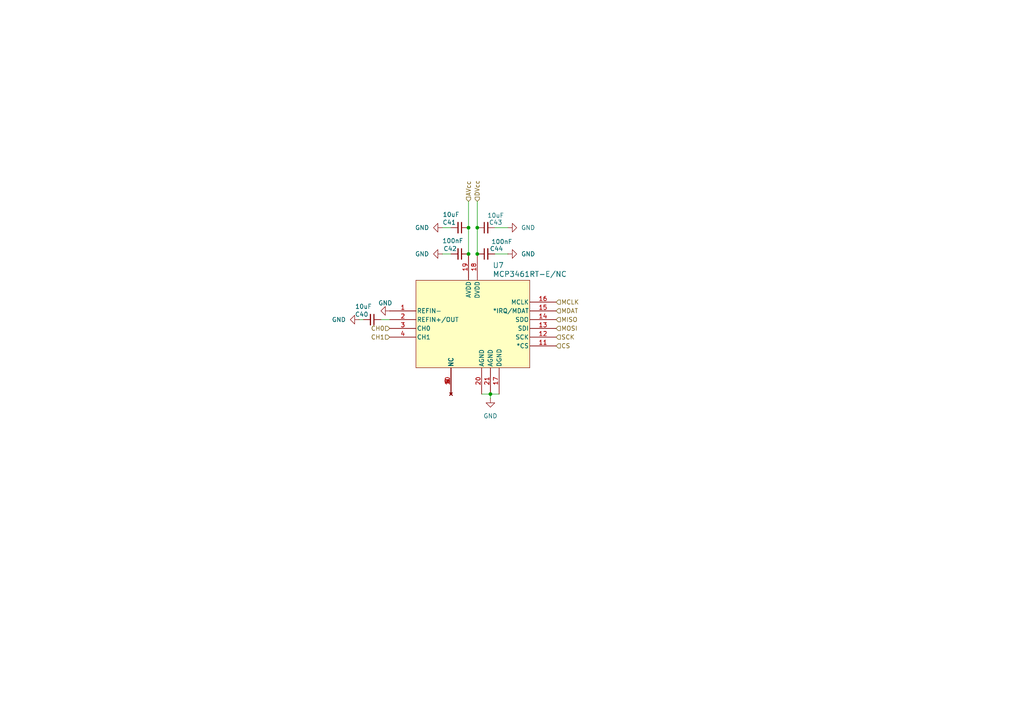
<source format=kicad_sch>
(kicad_sch (version 20231120) (generator "eeschema") (generator_version "8.0")
  (paper "A4")
  (lib_symbols
    (symbol "Device:C_Small" (pin_numbers hide) (pin_names (offset 0.254) hide)
      (property "Reference" "C" (at 0.254 1.778 0))
      (property "Value" "C_Small" (at 0.254 -2.032 0))
      (symbol "C_Small_0_1"
        (polyline (pts (xy -1.524 -0.508) (xy 1.524 -0.508)) (stroke (width 0.3302)))
        (polyline (pts (xy -1.524 0.508) (xy 1.524 0.508)) (stroke (width 0.3048)))
      )
      (symbol "C_Small_1_1"
        (pin passive line (at 0 2.54 270) (length 2.032) (name "~") (number "1"))
        (pin passive line (at 0 -2.54 90) (length 2.032) (name "~") (number "2"))
      )
    )
    (symbol "phase-detector:MCP3461RT-E_NC" (pin_names (offset 0.254))
      (property "Reference" "U" (at 0 1.27 0))
      (property "Value" "MCP3461RT-E/NC" (at 0.508 -2.032 0))
      (symbol "MCP3461RT-E_NC_0_1"
        (pin input line (at -24.13 3.81 0) (length 7.62) (name "REFIN-") (number "1"))
        (pin no_connect line (at -6.35 -20.32 90) (length 7.62) (name "NC") (number "10"))
        (pin input line (at 24.13 -6.35 180) (length 7.62) (name "*CS") (number "11"))
        (pin input line (at 24.13 -3.81 180) (length 7.62) (name "SCK") (number "12"))
        (pin input line (at 24.13 -1.27 180) (length 7.62) (name "SDI") (number "13"))
        (pin output line (at 24.13 1.27 180) (length 7.62) (name "SDO") (number "14"))
        (pin output line (at 24.13 3.81 180) (length 7.62) (name "*IRQ/MDAT") (number "15"))
        (pin bidirectional line (at 24.13 6.35 180) (length 7.62) (name "MCLK") (number "16"))
        (pin power_out line (at 7.62 -20.32 90) (length 7.62) (name "DGND") (number "17"))
        (pin power_in line (at 1.27 20.32 270) (length 7.62) (name "DVDD") (number "18"))
        (pin power_in line (at -1.27 20.32 270) (length 7.62) (name "AVDD") (number "19"))
        (pin bidirectional line (at -24.13 1.27 0) (length 7.62) (name "REFIN+/OUT") (number "2"))
        (pin power_out line (at 2.54 -20.32 90) (length 7.62) (name "AGND") (number "20"))
        (pin power_out line (at 5.08 -20.32 90) (length 7.62) (name "AGND") (number "21"))
        (pin input line (at -24.13 -1.27 0) (length 7.62) (name "CH0") (number "3"))
        (pin input line (at -24.13 -3.81 0) (length 7.62) (name "CH1") (number "4"))
        (pin no_connect line (at -6.35 -20.32 90) (length 7.62) (name "NC") (number "5"))
        (pin no_connect line (at -6.35 -20.32 90) (length 7.62) (name "NC") (number "6"))
        (pin no_connect line (at -6.35 -20.32 90) (length 7.62) (name "NC") (number "7"))
        (pin no_connect line (at -6.35 -20.32 90) (length 7.62) (name "NC") (number "8"))
        (pin no_connect line (at -6.35 -20.32 90) (length 7.62) (name "NC") (number "9"))
      )
      (symbol "MCP3461RT-E_NC_1_1"
        (rectangle (start -16.51 12.7) (end 16.51 -12.7) (fill (type background)))
      )
    )
    (symbol "power:GND" (power) (pin_numbers hide) (pin_names (offset 0) hide)
      (property "Value" "GND" (at 0 -3.81 0))
      (symbol "GND_0_1"
        (polyline (pts (xy 0 0) (xy 0 -1.27) (xy 1.27 -1.27) (xy 0 -2.54) (xy -1.27 -1.27) (xy 0 -1.27)))
      )
      (symbol "GND_1_1"
        (pin power_in line (at 0 0 270) (length 0) (name "~") (number "1"))
      )
    )
  )
  (junction (at 138.43 66.04))
  (junction (at 142.24 114.3))
  (junction (at 138.43 73.66))
  (junction (at 135.89 66.04))
  (junction (at 135.89 73.66))
  (wire (pts (xy 142.24 114.3) (xy 142.24 115.57)))
  (wire (pts (xy 138.43 66.04) (xy 138.43 73.66)))
  (wire (pts (xy 128.27 73.66) (xy 130.81 73.66)))
  (wire (pts (xy 128.27 66.04) (xy 130.81 66.04)))
  (wire (pts (xy 147.32 73.66) (xy 143.51 73.66)))
  (wire (pts (xy 104.14 92.71) (xy 105.41 92.71)))
  (wire (pts (xy 135.89 66.04) (xy 135.89 73.66)))
  (wire (pts (xy 135.89 58.42) (xy 135.89 66.04)))
  (wire (pts (xy 139.7 114.3) (xy 142.24 114.3)))
  (wire (pts (xy 142.24 114.3) (xy 144.78 114.3)))
  (wire (pts (xy 147.32 66.04) (xy 143.51 66.04)))
  (wire (pts (xy 138.43 58.42) (xy 138.43 66.04)))
  (wire (pts (xy 110.49 92.71) (xy 113.03 92.71)))
  (hierarchical_label "CS" (shape input) (at 161.29 100.33 0))
  (hierarchical_label "SCK" (shape input) (at 161.29 97.79 0))
  (hierarchical_label "DVcc" (shape input) (at 138.43 58.42 90))
  (hierarchical_label "CH1" (shape input) (at 113.03 97.79 180))
  (hierarchical_label "CH0" (shape input) (at 113.03 95.25 180))
  (hierarchical_label "MISO" (shape input) (at 161.29 92.71 0))
  (hierarchical_label "MCLK" (shape input) (at 161.29 87.63 0))
  (hierarchical_label "MOSI" (shape input) (at 161.29 95.25 0))
  (hierarchical_label "AVcc" (shape input) (at 135.89 58.42 90))
  (hierarchical_label "MDAT" (shape input) (at 161.29 90.17 0))
  (symbol (lib_id "power:GND") (at 142.24 115.57 0) (unit 1)
    (property "Reference" "#PWR070" (effects (hide yes)))
    (property "Value" "GND" (at 142.24 120.65 0))
    (property "Description" "Power symbol creates a global label with name \"GND\" , ground" (effects (hide yes)))
    (instances (project "phase-detector" (path "" (reference "#PWR070") (unit 1)) (path "" (reference "#PWR0116") (unit 1)) (path "" (reference "#PWR057") (unit 1)) (path "" (reference "#PWR090") (unit 1)) (path "" (reference "#PWR0123") (unit 1))))
  )
  (symbol (lib_id "power:GND") (at 104.14 92.71 270) (unit 1)
    (property "Reference" "#PWR066" (effects (hide yes)))
    (property "Value" "GND" (at 100.33 92.7099 90) (effects (justify right)))
    (property "Description" "Power symbol creates a global label with name \"GND\" , ground" (effects (hide yes)))
    (instances (project "phase-detector" (path "" (reference "#PWR066") (unit 1)) (path "" (reference "#PWR0112") (unit 1)) (path "" (reference "#PWR053") (unit 1)) (path "" (reference "#PWR086") (unit 1)) (path "" (reference "#PWR0119") (unit 1))))
  )
  (symbol (lib_id "Device:C_Small") (at 107.95 92.71 270) (unit 1)
    (property "Reference" "C40" (at 104.902 91.186 90))
    (property "Value" "10uF" (at 105.41 88.9 90))
    (property "Footprint" "Capacitor_SMD:C_0603_1608Metric" (effects (hide yes)))
    (property "Description" "Unpolarized capacitor, small symbol" (effects (hide yes)))
    (instances (project "phase-detector" (path "" (reference "C40") (unit 1)) (path "" (reference "C95") (unit 1)) (path "" (reference "C26") (unit 1)) (path "" (reference "C63") (unit 1)) (path "" (reference "C100") (unit 1))))
  )
  (symbol (lib_id "Device:C_Small") (at 133.35 73.66 270) (unit 1)
    (property "Reference" "C42" (at 130.556 72.136 90))
    (property "Value" "100nF" (at 131.318 69.85 90))
    (property "Footprint" "Capacitor_SMD:C_0402_1005Metric" (effects (hide yes)))
    (property "Description" "Unpolarized capacitor, small symbol" (effects (hide yes)))
    (instances (project "phase-detector" (path "" (reference "C42") (unit 1)) (path "" (reference "C97") (unit 1)) (path "" (reference "C28") (unit 1)) (path "" (reference "C65") (unit 1)) (path "" (reference "C102") (unit 1))))
  )
  (symbol (lib_id "Device:C_Small") (at 140.97 73.66 90) (unit 1)
    (property "Reference" "C44" (at 144.018 72.136 90))
    (property "Value" "100nF" (at 145.542 70.104 90))
    (property "Footprint" "Capacitor_SMD:C_0402_1005Metric" (effects (hide yes)))
    (property "Description" "Unpolarized capacitor, small symbol" (effects (hide yes)))
    (instances (project "phase-detector" (path "" (reference "C44") (unit 1)) (path "" (reference "C99") (unit 1)) (path "" (reference "C30") (unit 1)) (path "" (reference "C67") (unit 1)) (path "" (reference "C104") (unit 1))))
  )
  (symbol (lib_id "power:GND") (at 113.03 90.17 270) (unit 1)
    (property "Reference" "#PWR067" (effects (hide yes)))
    (property "Value" "GND" (at 113.792 87.884 90) (effects (justify right)))
    (property "Description" "Power symbol creates a global label with name \"GND\" , ground" (effects (hide yes)))
    (instances (project "phase-detector" (path "" (reference "#PWR067") (unit 1)) (path "" (reference "#PWR0113") (unit 1)) (path "" (reference "#PWR054") (unit 1)) (path "" (reference "#PWR087") (unit 1)) (path "" (reference "#PWR0120") (unit 1))))
  )
  (symbol (lib_id "power:GND") (at 128.27 66.04 270) (unit 1)
    (property "Reference" "#PWR068" (effects (hide yes)))
    (property "Value" "GND" (at 124.46 66.0399 90) (effects (justify right)))
    (property "Description" "Power symbol creates a global label with name \"GND\" , ground" (effects (hide yes)))
    (instances (project "phase-detector" (path "" (reference "#PWR068") (unit 1)) (path "" (reference "#PWR0114") (unit 1)) (path "" (reference "#PWR055") (unit 1)) (path "" (reference "#PWR088") (unit 1)) (path "" (reference "#PWR0121") (unit 1))))
  )
  (symbol (lib_id "power:GND") (at 147.32 66.04 90) (unit 1)
    (property "Reference" "#PWR071" (effects (hide yes)))
    (property "Value" "GND" (at 151.13 66.0399 90) (effects (justify right)))
    (property "Description" "Power symbol creates a global label with name \"GND\" , ground" (effects (hide yes)))
    (instances (project "phase-detector" (path "" (reference "#PWR071") (unit 1)) (path "" (reference "#PWR0117") (unit 1)) (path "" (reference "#PWR058") (unit 1)) (path "" (reference "#PWR091") (unit 1)) (path "" (reference "#PWR0124") (unit 1))))
  )
  (symbol (lib_id "phase-detector:MCP3461RT-E_NC") (at 137.16 93.98 0) (unit 1)
    (property "Reference" "U7" (at 144.526 76.962 0) (effects (font (size 1.524 1.524))))
    (property "Value" "MCP3461RT-E/NC" (at 153.67 79.502 0) (effects (font (size 1.524 1.524))))
    (property "Footprint" "Package_DFN_QFN:UQFN-20-1EP_3x3mm_P0.4mm_EP1.85x1.85mm" (effects (hide yes)))
    (property "Datasheet" "MCP3461RT-E/NC" (effects (hide yes)))
    (instances (project "phase-detector" (path "" (reference "U7") (unit 1)) (path "" (reference "U12") (unit 1)) (path "" (reference "U5") (unit 1)) (path "" (reference "U9") (unit 1)) (path "" (reference "U13") (unit 1))))
  )
  (symbol (lib_id "power:GND") (at 128.27 73.66 270) (unit 1)
    (property "Reference" "#PWR069" (effects (hide yes)))
    (property "Value" "GND" (at 124.46 73.6599 90) (effects (justify right)))
    (property "Description" "Power symbol creates a global label with name \"GND\" , ground" (effects (hide yes)))
    (instances (project "phase-detector" (path "" (reference "#PWR069") (unit 1)) (path "" (reference "#PWR0115") (unit 1)) (path "" (reference "#PWR056") (unit 1)) (path "" (reference "#PWR089") (unit 1)) (path "" (reference "#PWR0122") (unit 1))))
  )
  (symbol (lib_id "power:GND") (at 147.32 73.66 90) (unit 1)
    (property "Reference" "#PWR072" (effects (hide yes)))
    (property "Value" "GND" (at 151.13 73.6599 90) (effects (justify right)))
    (property "Description" "Power symbol creates a global label with name \"GND\" , ground" (effects (hide yes)))
    (instances (project "phase-detector" (path "" (reference "#PWR072") (unit 1)) (path "" (reference "#PWR0118") (unit 1)) (path "" (reference "#PWR059") (unit 1)) (path "" (reference "#PWR092") (unit 1)) (path "" (reference "#PWR0125") (unit 1))))
  )
  (symbol (lib_id "Device:C_Small") (at 140.97 66.04 90) (unit 1)
    (property "Reference" "C43" (at 143.764 64.516 90))
    (property "Value" "10uF" (at 143.764 62.484 90))
    (property "Footprint" "Capacitor_SMD:C_0603_1608Metric" (effects (hide yes)))
    (property "Description" "Unpolarized capacitor, small symbol" (effects (hide yes)))
    (instances (project "phase-detector" (path "" (reference "C43") (unit 1)) (path "" (reference "C98") (unit 1)) (path "" (reference "C29") (unit 1)) (path "" (reference "C66") (unit 1)) (path "" (reference "C103") (unit 1))))
  )
  (symbol (lib_id "Device:C_Small") (at 133.35 66.04 270) (unit 1)
    (property "Reference" "C41" (at 130.302 64.516 90))
    (property "Value" "10uF" (at 130.81 62.23 90))
    (property "Footprint" "Capacitor_SMD:C_0603_1608Metric" (effects (hide yes)))
    (property "Description" "Unpolarized capacitor, small symbol" (effects (hide yes)))
    (instances (project "phase-detector" (path "" (reference "C41") (unit 1)) (path "" (reference "C96") (unit 1)) (path "" (reference "C27") (unit 1)) (path "" (reference "C64") (unit 1)) (path "" (reference "C101") (unit 1))))
  )
)
</source>
